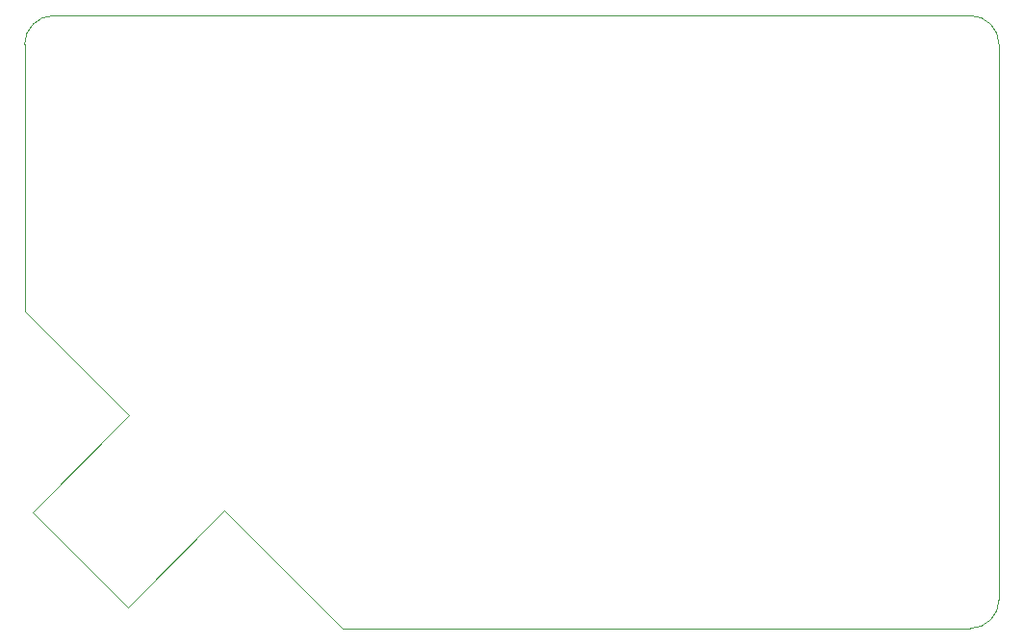
<source format=gbr>
G04 #@! TF.GenerationSoftware,KiCad,Pcbnew,(5.1.5)-3*
G04 #@! TF.CreationDate,2019-12-26T10:02:20-08:00*
G04 #@! TF.ProjectId,esp8266_bcard,65737038-3236-4365-9f62-636172642e6b,rev?*
G04 #@! TF.SameCoordinates,Original*
G04 #@! TF.FileFunction,Profile,NP*
%FSLAX46Y46*%
G04 Gerber Fmt 4.6, Leading zero omitted, Abs format (unit mm)*
G04 Created by KiCad (PCBNEW (5.1.5)-3) date 2019-12-26 10:02:20*
%MOMM*%
%LPD*%
G04 APERTURE LIST*
%ADD10C,0.050000*%
G04 APERTURE END LIST*
D10*
X110756700Y-113296700D02*
X110807500Y-113347500D01*
X119240300Y-121780300D02*
X119189500Y-121729500D01*
X102298500Y-121856500D02*
X110680500Y-130238500D01*
X119240300Y-121780300D02*
X129540000Y-132080000D01*
X102298500Y-121856500D02*
X110807500Y-113347500D01*
X110680500Y-130238500D02*
X119189500Y-121729500D01*
X101600000Y-104140000D02*
X101600000Y-80645000D01*
X101600000Y-104140000D02*
X110756700Y-113296700D01*
X184785000Y-132080000D02*
X129540000Y-132080000D01*
X187325000Y-80645000D02*
X187325000Y-129540000D01*
X187325000Y-129540000D02*
G75*
G02X184785000Y-132080000I-2540000J0D01*
G01*
X184785000Y-78105000D02*
G75*
G02X187325000Y-80645000I0J-2540000D01*
G01*
X101600000Y-80645000D02*
G75*
G02X104140000Y-78105000I2540000J0D01*
G01*
X104140000Y-78105000D02*
X184785000Y-78105000D01*
M02*

</source>
